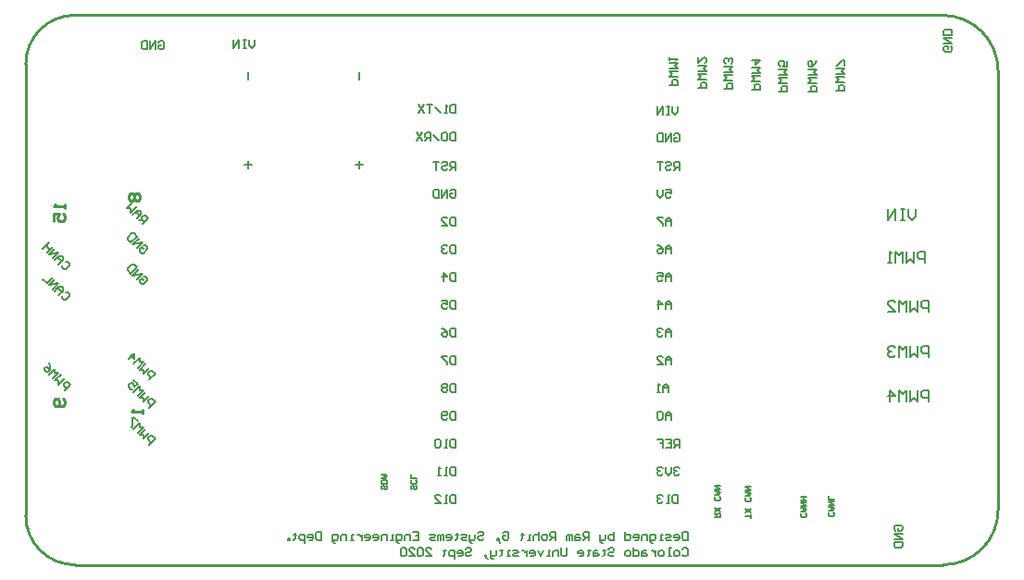
<source format=gbo>
G04*
G04 #@! TF.GenerationSoftware,Altium Limited,Altium Designer,20.0.13 (296)*
G04*
G04 Layer_Color=32896*
%FSLAX25Y25*%
%MOIN*%
G70*
G01*
G75*
%ADD11C,0.01000*%
%ADD14C,0.00787*%
%ADD15C,0.00500*%
D11*
X37668Y133853D02*
X37001Y133187D01*
Y131854D01*
X37668Y131187D01*
X38334D01*
X39001Y131854D01*
X39667Y131187D01*
X40334D01*
X41000Y131854D01*
Y133187D01*
X40334Y133853D01*
X39667D01*
X39001Y133187D01*
X38334Y133853D01*
X37668D01*
X39001Y133187D02*
Y131854D01*
X42000Y55853D02*
Y54520D01*
Y55187D01*
X38001D01*
X38668Y55853D01*
X14000Y129853D02*
Y128520D01*
Y129187D01*
X10001D01*
X10668Y129853D01*
X10001Y123855D02*
Y126521D01*
X12001D01*
X11334Y125188D01*
Y124521D01*
X12001Y123855D01*
X13333D01*
X14000Y124521D01*
Y125854D01*
X13333Y126521D01*
Y59853D02*
X14000Y59187D01*
Y57854D01*
X13333Y57187D01*
X10668D01*
X10001Y57854D01*
Y59187D01*
X10668Y59853D01*
X11334D01*
X12001Y59187D01*
Y57187D01*
X330325Y0D02*
G03*
X350065Y19739I0J19739D01*
G01*
X350064Y177977D02*
G03*
X330009Y198033I-20056J0D01*
G01*
X17619Y198033D02*
G03*
X0Y180413I0J-17619D01*
G01*
Y17716D02*
G03*
X17717Y0I17716J-0D01*
G01*
X350065Y177977D02*
X350065Y19739D01*
X17620Y198033D02*
X330009Y198033D01*
X0Y17717D02*
Y180413D01*
X17717Y0D02*
X330325D01*
D14*
X14334Y98295D02*
X15041Y98295D01*
X15748Y97588D01*
Y96881D01*
X14334Y95467D01*
X13627D01*
X12921Y96174D01*
X12921Y96881D01*
X11860Y97234D02*
X13274Y98648D01*
Y100062D01*
X11860Y100062D01*
X10446Y98648D01*
X11507Y99708D01*
X12921Y98295D01*
X9740Y99355D02*
X11860Y101476D01*
X8326Y100769D01*
X10446Y102889D01*
X9740Y103596D02*
X7619Y101476D01*
X6205Y102889D01*
X14334Y109350D02*
X15041Y109350D01*
X15748Y108643D01*
Y107937D01*
X14334Y106523D01*
X13627D01*
X12921Y107230D01*
X12921Y107937D01*
X11860Y108290D02*
X13274Y109704D01*
Y111118D01*
X11860Y111118D01*
X10446Y109704D01*
X11507Y110764D01*
X12921Y109350D01*
X9740Y110411D02*
X11860Y112531D01*
X8326Y111825D01*
X10446Y113945D01*
X9740Y114652D02*
X7619Y112531D01*
X8679Y113592D01*
X7265Y115005D01*
X8326Y116066D01*
X6205Y113945D01*
X13981Y62824D02*
X16101Y64945D01*
X15041Y66005D01*
X14334Y66005D01*
X13627Y65298D01*
X13627Y64591D01*
X14688Y63531D01*
X13981Y67066D02*
X11860Y64945D01*
Y66359D01*
X10446Y66359D01*
X12567Y68479D01*
X9740Y67066D02*
X11860Y69186D01*
X10446D01*
X10446Y70600D01*
X8326Y68479D01*
Y72721D02*
X8679Y71660D01*
X8679Y70247D01*
X7972Y69540D01*
X7265D01*
X6559Y70247D01*
Y70953D01*
X6912Y71307D01*
X7619D01*
X8679Y70247D01*
X44465Y66756D02*
X46586Y68877D01*
X45526Y69937D01*
X44819Y69937D01*
X44112Y69231D01*
X44112Y68524D01*
X45172Y67463D01*
X44465Y70998D02*
X42345Y68877D01*
Y70291D01*
X40931Y70291D01*
X43052Y72412D01*
X40224Y70998D02*
X42345Y73118D01*
X40931D01*
X40931Y74532D01*
X38810Y72412D01*
X37043Y74179D02*
X39164Y76299D01*
X39164Y74179D01*
X37750Y75592D01*
X44465Y43298D02*
X46586Y45419D01*
X45526Y46479D01*
X44819Y46479D01*
X44112Y45772D01*
X44112Y45065D01*
X45172Y44005D01*
X44465Y47539D02*
X42345Y45419D01*
Y46832D01*
X40931Y46832D01*
X43052Y48953D01*
X40224Y47539D02*
X42345Y49660D01*
X40931D01*
X40931Y51074D01*
X38810Y48953D01*
X40224Y51780D02*
X38810Y53194D01*
X38457Y52841D01*
Y50013D01*
X38104Y49660D01*
X44465Y56617D02*
X46586Y58737D01*
X45526Y59798D01*
X44819Y59798D01*
X44112Y59091D01*
X44112Y58384D01*
X45172Y57323D01*
X44465Y60858D02*
X42345Y58737D01*
Y60151D01*
X40931Y60151D01*
X43052Y62272D01*
X40224Y60858D02*
X42345Y62979D01*
X40931D01*
X40931Y64392D01*
X38810Y62272D01*
Y66513D02*
X40224Y65099D01*
X39164Y64039D01*
X38810Y65099D01*
X38457Y65453D01*
X37750D01*
X37043Y64746D01*
Y64039D01*
X37750Y63332D01*
X38457D01*
X42433Y115130D02*
X43140Y115130D01*
X43846Y114424D01*
Y113717D01*
X42433Y112303D01*
X41726D01*
X41019Y113010D01*
X41019Y113717D01*
X41726Y114424D01*
X42433Y113717D01*
X39959Y114070D02*
X42079Y116191D01*
X38545Y115484D01*
X40666Y117604D01*
X39959Y118311D02*
X37838Y116191D01*
X36778Y117251D01*
X36778Y117958D01*
X38191Y119372D01*
X38898D01*
X39959Y118311D01*
X42433Y103946D02*
X43140Y103946D01*
X43846Y103239D01*
Y102532D01*
X42433Y101118D01*
X41726D01*
X41019Y101825D01*
X41019Y102532D01*
X41726Y103239D01*
X42433Y102532D01*
X39959Y102885D02*
X42079Y105006D01*
X38545Y104299D01*
X40666Y106420D01*
X39959Y107127D02*
X37838Y105006D01*
X36778Y106067D01*
X36778Y106773D01*
X38191Y108187D01*
X38898D01*
X39959Y107127D01*
X42079Y122732D02*
X44200Y124853D01*
X43140Y125913D01*
X42433Y125913D01*
X41726Y125206D01*
X41726Y124500D01*
X42786Y123439D01*
X42079Y124146D02*
X40666Y124146D01*
X39959Y124853D02*
X41372Y126267D01*
Y127681D01*
X39959Y127681D01*
X38545Y126267D01*
X39605Y127327D01*
X41019Y125913D01*
X39959Y129094D02*
X37838Y126974D01*
Y128387D01*
X36424Y128387D01*
X38545Y130508D01*
X232285Y112345D02*
Y114344D01*
X231286Y115344D01*
X230286Y114344D01*
Y112345D01*
Y113845D01*
X232285D01*
X227287Y115344D02*
X228286Y114844D01*
X229286Y113845D01*
Y112845D01*
X228786Y112345D01*
X227787D01*
X227287Y112845D01*
Y113345D01*
X227787Y113845D01*
X229286D01*
X232285Y102342D02*
Y104341D01*
X231286Y105341D01*
X230286Y104341D01*
Y102342D01*
Y103841D01*
X232285D01*
X227287Y105341D02*
X229286D01*
Y103841D01*
X228286Y104341D01*
X227787D01*
X227287Y103841D01*
Y102841D01*
X227787Y102342D01*
X228786D01*
X229286Y102841D01*
X232285Y72332D02*
Y74331D01*
X231286Y75331D01*
X230286Y74331D01*
Y72332D01*
Y73831D01*
X232285D01*
X227287Y72332D02*
X229286D01*
X227287Y74331D01*
Y74831D01*
X227787Y75331D01*
X228786D01*
X229286Y74831D01*
X231286Y62329D02*
Y64328D01*
X230286Y65328D01*
X229286Y64328D01*
Y62329D01*
Y63828D01*
X231286D01*
X228286Y62329D02*
X227287D01*
X227787D01*
Y65328D01*
X228286Y64828D01*
X233285Y154857D02*
X233785Y155357D01*
X234784D01*
X235284Y154857D01*
Y152858D01*
X234784Y152358D01*
X233785D01*
X233285Y152858D01*
Y153858D01*
X234284D01*
X232285Y152358D02*
Y155357D01*
X230286Y152358D01*
Y155357D01*
X229286D02*
Y152358D01*
X227787D01*
X227287Y152858D01*
Y154857D01*
X227787Y155357D01*
X229286D01*
X235284Y142355D02*
Y145354D01*
X233785D01*
X233285Y144854D01*
Y143854D01*
X233785Y143354D01*
X235284D01*
X234284D02*
X233285Y142355D01*
X230286Y144854D02*
X230786Y145354D01*
X231785D01*
X232285Y144854D01*
Y144354D01*
X231785Y143854D01*
X230786D01*
X230286Y143354D01*
Y142854D01*
X230786Y142355D01*
X231785D01*
X232285Y142854D01*
X229286Y145354D02*
X227287D01*
X228286D01*
Y142355D01*
X235284Y34818D02*
X234784Y35318D01*
X233785D01*
X233285Y34818D01*
Y34318D01*
X233785Y33818D01*
X234284D01*
X233785D01*
X233285Y33319D01*
Y32819D01*
X233785Y32319D01*
X234784D01*
X235284Y32819D01*
X232285Y35318D02*
Y33319D01*
X231285Y32319D01*
X230286Y33319D01*
Y35318D01*
X229286Y34818D02*
X228786Y35318D01*
X227787D01*
X227287Y34818D01*
Y34318D01*
X227787Y33818D01*
X228286D01*
X227787D01*
X227287Y33319D01*
Y32819D01*
X227787Y32319D01*
X228786D01*
X229286Y32819D01*
X234784Y25315D02*
Y22316D01*
X233285D01*
X232785Y22816D01*
Y24815D01*
X233285Y25315D01*
X234784D01*
X231785Y22316D02*
X230786D01*
X231285D01*
Y25315D01*
X231785Y24815D01*
X229286D02*
X228786Y25315D01*
X227787D01*
X227287Y24815D01*
Y24315D01*
X227787Y23815D01*
X228286D01*
X227787D01*
X227287Y23315D01*
Y22816D01*
X227787Y22316D01*
X228786D01*
X229286Y22816D01*
X230286Y135351D02*
X232285D01*
Y133851D01*
X231286Y134351D01*
X230786D01*
X230286Y133851D01*
Y132851D01*
X230786Y132352D01*
X231785D01*
X232285Y132851D01*
X229286Y135351D02*
Y133351D01*
X228286Y132352D01*
X227287Y133351D01*
Y135351D01*
X232285Y122348D02*
Y124348D01*
X231286Y125347D01*
X230286Y124348D01*
Y122348D01*
Y123848D01*
X232285D01*
X229286Y125347D02*
X227287D01*
Y124847D01*
X229286Y122848D01*
Y122348D01*
X232285Y92338D02*
Y94338D01*
X231286Y95337D01*
X230286Y94338D01*
Y92338D01*
Y93838D01*
X232285D01*
X227787Y92338D02*
Y95337D01*
X229286Y93838D01*
X227287D01*
X232285Y82335D02*
Y84334D01*
X231286Y85334D01*
X230286Y84334D01*
Y82335D01*
Y83835D01*
X232285D01*
X229286Y84834D02*
X228786Y85334D01*
X227787D01*
X227287Y84834D01*
Y84334D01*
X227787Y83835D01*
X228286D01*
X227787D01*
X227287Y83335D01*
Y82835D01*
X227787Y82335D01*
X228786D01*
X229286Y82835D01*
X232285Y52325D02*
Y54325D01*
X231286Y55324D01*
X230286Y54325D01*
Y52325D01*
Y53825D01*
X232285D01*
X229286Y54825D02*
X228786Y55324D01*
X227787D01*
X227287Y54825D01*
Y52825D01*
X227787Y52325D01*
X228786D01*
X229286Y52825D01*
Y54825D01*
X234785Y165286D02*
Y163287D01*
X233785Y162287D01*
X232786Y163287D01*
Y165286D01*
X231786D02*
X230786D01*
X231286D01*
Y162287D01*
X231786D01*
X230786D01*
X229287D02*
Y165286D01*
X227287Y162287D01*
Y165286D01*
X235284Y42322D02*
Y45321D01*
X233785D01*
X233285Y44821D01*
Y43822D01*
X233785Y43322D01*
X235284D01*
X234284D02*
X233285Y42322D01*
X230286Y45321D02*
X232285D01*
Y42322D01*
X230286D01*
X232285Y43822D02*
X231285D01*
X227287Y45321D02*
X229286D01*
Y43822D01*
X228286D01*
X229286D01*
Y42322D01*
X154784Y142355D02*
Y145354D01*
X153285D01*
X152785Y144854D01*
Y143854D01*
X153285Y143354D01*
X154784D01*
X153785D02*
X152785Y142355D01*
X149786Y144854D02*
X150286Y145354D01*
X151285D01*
X151785Y144854D01*
Y144354D01*
X151285Y143854D01*
X150286D01*
X149786Y143354D01*
Y142854D01*
X150286Y142355D01*
X151285D01*
X151785Y142854D01*
X148786Y145354D02*
X146787D01*
X147786D01*
Y142355D01*
X154784Y105341D02*
Y102342D01*
X153285D01*
X152785Y102841D01*
Y104841D01*
X153285Y105341D01*
X154784D01*
X150286Y102342D02*
Y105341D01*
X151785Y103841D01*
X149786D01*
X154784Y65328D02*
Y62329D01*
X153285D01*
X152785Y62828D01*
Y64828D01*
X153285Y65328D01*
X154784D01*
X151785Y64828D02*
X151285Y65328D01*
X150286D01*
X149786Y64828D01*
Y64328D01*
X150286Y63828D01*
X149786Y63328D01*
Y62828D01*
X150286Y62329D01*
X151285D01*
X151785Y62828D01*
Y63328D01*
X151285Y63828D01*
X151785Y64328D01*
Y64828D01*
X151285Y63828D02*
X150286D01*
X154784Y25315D02*
Y22316D01*
X153285D01*
X152785Y22816D01*
Y24815D01*
X153285Y25315D01*
X154784D01*
X151785Y22316D02*
X150785D01*
X151285D01*
Y25315D01*
X151785Y24815D01*
X147287Y22316D02*
X149286D01*
X147287Y24315D01*
Y24815D01*
X147786Y25315D01*
X148786D01*
X149286Y24815D01*
X154784Y165786D02*
Y162787D01*
X153285D01*
X152785Y163287D01*
Y165287D01*
X153285Y165786D01*
X154784D01*
X151785Y162787D02*
X150786D01*
X151285D01*
Y165786D01*
X151785Y165287D01*
X149286Y162787D02*
X147287Y164787D01*
X146287Y165786D02*
X144288D01*
X145287D01*
Y162787D01*
X143288Y165786D02*
X141289Y162787D01*
Y165786D02*
X143288Y162787D01*
X152785Y134851D02*
X153285Y135351D01*
X154284D01*
X154784Y134851D01*
Y132851D01*
X154284Y132351D01*
X153285D01*
X152785Y132851D01*
Y133851D01*
X153785D01*
X151785Y132351D02*
Y135351D01*
X149786Y132351D01*
Y135351D01*
X148786D02*
Y132351D01*
X147287D01*
X146787Y132851D01*
Y134851D01*
X147287Y135351D01*
X148786D01*
X154784Y125347D02*
Y122348D01*
X153285D01*
X152785Y122848D01*
Y124847D01*
X153285Y125347D01*
X154784D01*
X149786Y122348D02*
X151785D01*
X149786Y124347D01*
Y124847D01*
X150286Y125347D01*
X151285D01*
X151785Y124847D01*
X154784Y115344D02*
Y112345D01*
X153285D01*
X152785Y112845D01*
Y114844D01*
X153285Y115344D01*
X154784D01*
X151785Y114844D02*
X151285Y115344D01*
X150286D01*
X149786Y114844D01*
Y114344D01*
X150286Y113844D01*
X150786D01*
X150286D01*
X149786Y113345D01*
Y112845D01*
X150286Y112345D01*
X151285D01*
X151785Y112845D01*
X154784Y95337D02*
Y92338D01*
X153285D01*
X152785Y92838D01*
Y94838D01*
X153285Y95337D01*
X154784D01*
X149786D02*
X151785D01*
Y93838D01*
X150786Y94338D01*
X150286D01*
X149786Y93838D01*
Y92838D01*
X150286Y92338D01*
X151285D01*
X151785Y92838D01*
X154784Y75331D02*
Y72332D01*
X153285D01*
X152785Y72832D01*
Y74831D01*
X153285Y75331D01*
X154784D01*
X151785D02*
X149786D01*
Y74831D01*
X151785Y72832D01*
Y72332D01*
X154784Y85334D02*
Y82335D01*
X153285D01*
X152785Y82835D01*
Y84834D01*
X153285Y85334D01*
X154784D01*
X149786D02*
X150786Y84834D01*
X151785Y83835D01*
Y82835D01*
X151285Y82335D01*
X150286D01*
X149786Y82835D01*
Y83335D01*
X150286Y83835D01*
X151785D01*
X154784Y45321D02*
Y42322D01*
X153285D01*
X152785Y42822D01*
Y44821D01*
X153285Y45321D01*
X154784D01*
X151785Y42322D02*
X150785D01*
X151285D01*
Y45321D01*
X151785Y44821D01*
X149286D02*
X148786Y45321D01*
X147786D01*
X147287Y44821D01*
Y42822D01*
X147786Y42322D01*
X148786D01*
X149286Y42822D01*
Y44821D01*
X154784Y35318D02*
Y32319D01*
X153285D01*
X152785Y32819D01*
Y34818D01*
X153285Y35318D01*
X154784D01*
X151785Y32319D02*
X150786D01*
X151285D01*
Y35318D01*
X151785Y34818D01*
X149286Y32319D02*
X148286D01*
X148786D01*
Y35318D01*
X149286Y34818D01*
X154784Y155787D02*
Y152787D01*
X153285D01*
X152785Y153287D01*
Y155287D01*
X153285Y155787D01*
X154784D01*
X151785Y155287D02*
X151285Y155787D01*
X150286D01*
X149786Y155287D01*
Y153287D01*
X150286Y152787D01*
X151285D01*
X151785Y153287D01*
Y155287D01*
X148786Y152787D02*
X146787Y154787D01*
X145787Y152787D02*
Y155787D01*
X144288D01*
X143788Y155287D01*
Y154287D01*
X144288Y153787D01*
X145787D01*
X144788D02*
X143788Y152787D01*
X142788Y155787D02*
X140789Y152787D01*
Y155787D02*
X142788Y152787D01*
X154784Y55324D02*
Y52325D01*
X153285D01*
X152785Y52825D01*
Y54825D01*
X153285Y55324D01*
X154784D01*
X151785Y52825D02*
X151285Y52325D01*
X150286D01*
X149786Y52825D01*
Y54825D01*
X150286Y55324D01*
X151285D01*
X151785Y54825D01*
Y54325D01*
X151285Y53825D01*
X149786D01*
X47773Y188340D02*
X48273Y188840D01*
X49272D01*
X49772Y188340D01*
Y186341D01*
X49272Y185841D01*
X48273D01*
X47773Y186341D01*
Y187340D01*
X48772D01*
X46773Y185841D02*
Y188840D01*
X44774Y185841D01*
Y188840D01*
X43774D02*
Y185841D01*
X42275D01*
X41775Y186341D01*
Y188340D01*
X42275Y188840D01*
X43774D01*
X82343Y189150D02*
Y187151D01*
X81343Y186151D01*
X80343Y187151D01*
Y189150D01*
X79344D02*
X78344D01*
X78844D01*
Y186151D01*
X79344D01*
X78344D01*
X76844D02*
Y189150D01*
X74845Y186151D01*
Y189150D01*
D15*
X238358Y11880D02*
Y8881D01*
X236859D01*
X236359Y9381D01*
Y11380D01*
X236859Y11880D01*
X238358D01*
X233859Y8881D02*
X234859D01*
X235359Y9381D01*
Y10380D01*
X234859Y10880D01*
X233859D01*
X233360Y10380D01*
Y9880D01*
X235359D01*
X232360Y8881D02*
X230860D01*
X230361Y9381D01*
X230860Y9880D01*
X231860D01*
X232360Y10380D01*
X231860Y10880D01*
X230361D01*
X229361Y8881D02*
X228361D01*
X228861D01*
Y10880D01*
X229361D01*
X225862Y7881D02*
X225362D01*
X224862Y8381D01*
Y10880D01*
X226362D01*
X226862Y10380D01*
Y9381D01*
X226362Y8881D01*
X224862D01*
X223863D02*
Y10880D01*
X222363D01*
X221863Y10380D01*
Y8881D01*
X219364D02*
X220364D01*
X220864Y9381D01*
Y10380D01*
X220364Y10880D01*
X219364D01*
X218864Y10380D01*
Y9880D01*
X220864D01*
X215865Y11880D02*
Y8881D01*
X217365D01*
X217865Y9381D01*
Y10380D01*
X217365Y10880D01*
X215865D01*
X211867Y11880D02*
Y8881D01*
X210367D01*
X209867Y9381D01*
Y9880D01*
Y10380D01*
X210367Y10880D01*
X211867D01*
X208868D02*
Y9381D01*
X208368Y8881D01*
X206868D01*
Y8381D01*
X207368Y7881D01*
X207868D01*
X206868Y8881D02*
Y10880D01*
X202870Y8881D02*
Y11880D01*
X201370D01*
X200870Y11380D01*
Y10380D01*
X201370Y9880D01*
X202870D01*
X201870D02*
X200870Y8881D01*
X199371Y10880D02*
X198371D01*
X197871Y10380D01*
Y8881D01*
X199371D01*
X199871Y9381D01*
X199371Y9880D01*
X197871D01*
X196871Y8881D02*
Y10880D01*
X196372D01*
X195872Y10380D01*
Y8881D01*
Y10380D01*
X195372Y10880D01*
X194872Y10380D01*
Y8881D01*
X190873D02*
Y11880D01*
X189374D01*
X188874Y11380D01*
Y10380D01*
X189374Y9880D01*
X190873D01*
X189874D02*
X188874Y8881D01*
X187375D02*
X186375D01*
X185875Y9381D01*
Y10380D01*
X186375Y10880D01*
X187375D01*
X187874Y10380D01*
Y9381D01*
X187375Y8881D01*
X184875Y11880D02*
Y8881D01*
Y10380D01*
X184376Y10880D01*
X183376D01*
X182876Y10380D01*
Y8881D01*
X181876D02*
X180877D01*
X181377D01*
Y10880D01*
X181876D01*
X178877Y11380D02*
Y10880D01*
X179377D01*
X178377D01*
X178877D01*
Y9381D01*
X178377Y8881D01*
X171880Y11380D02*
X172379Y11880D01*
X173379D01*
X173879Y11380D01*
Y9381D01*
X173379Y8881D01*
X172379D01*
X171880Y9381D01*
Y10380D01*
X172879D01*
X170380Y8381D02*
X169880Y8881D01*
Y9381D01*
X170380D01*
Y8881D01*
X169880D01*
X170380Y8381D01*
X170880Y7881D01*
X162882Y11380D02*
X163382Y11880D01*
X164382D01*
X164882Y11380D01*
Y10880D01*
X164382Y10380D01*
X163382D01*
X162882Y9880D01*
Y9381D01*
X163382Y8881D01*
X164382D01*
X164882Y9381D01*
X161883Y10880D02*
Y9381D01*
X161383Y8881D01*
X159883D01*
Y8381D01*
X160383Y7881D01*
X160883D01*
X159883Y8881D02*
Y10880D01*
X158884Y8881D02*
X157384D01*
X156884Y9381D01*
X157384Y9880D01*
X158384D01*
X158884Y10380D01*
X158384Y10880D01*
X156884D01*
X155385Y11380D02*
Y10880D01*
X155885D01*
X154885D01*
X155385D01*
Y9381D01*
X154885Y8881D01*
X151886D02*
X152886D01*
X153386Y9381D01*
Y10380D01*
X152886Y10880D01*
X151886D01*
X151386Y10380D01*
Y9880D01*
X153386D01*
X150387Y8881D02*
Y10880D01*
X149887D01*
X149387Y10380D01*
Y8881D01*
Y10380D01*
X148887Y10880D01*
X148387Y10380D01*
Y8881D01*
X147388D02*
X145888D01*
X145388Y9381D01*
X145888Y9880D01*
X146888D01*
X147388Y10380D01*
X146888Y10880D01*
X145388D01*
X139390Y11880D02*
X141390D01*
Y8881D01*
X139390D01*
X141390Y10380D02*
X140390D01*
X138390Y8881D02*
Y10880D01*
X136891D01*
X136391Y10380D01*
Y8881D01*
X134392Y7881D02*
X133892D01*
X133392Y8381D01*
Y10880D01*
X134892D01*
X135391Y10380D01*
Y9381D01*
X134892Y8881D01*
X133392D01*
X132392D02*
X131393D01*
X131893D01*
Y10880D01*
X132392D01*
X129893Y8881D02*
Y10880D01*
X128394D01*
X127894Y10380D01*
Y8881D01*
X125395D02*
X126394D01*
X126894Y9381D01*
Y10380D01*
X126394Y10880D01*
X125395D01*
X124895Y10380D01*
Y9880D01*
X126894D01*
X122396Y8881D02*
X123395D01*
X123895Y9381D01*
Y10380D01*
X123395Y10880D01*
X122396D01*
X121896Y10380D01*
Y9880D01*
X123895D01*
X120896Y10880D02*
Y8881D01*
Y9880D01*
X120396Y10380D01*
X119896Y10880D01*
X119397D01*
X117897Y8881D02*
X116897D01*
X117397D01*
Y10880D01*
X117897D01*
X115398Y8881D02*
Y10880D01*
X113898D01*
X113399Y10380D01*
Y8881D01*
X111399Y7881D02*
X110899D01*
X110399Y8381D01*
Y10880D01*
X111899D01*
X112399Y10380D01*
Y9381D01*
X111899Y8881D01*
X110399D01*
X106401Y11880D02*
Y8881D01*
X104901D01*
X104401Y9381D01*
Y11380D01*
X104901Y11880D01*
X106401D01*
X101902Y8881D02*
X102902D01*
X103402Y9381D01*
Y10380D01*
X102902Y10880D01*
X101902D01*
X101402Y10380D01*
Y9880D01*
X103402D01*
X100403Y7881D02*
Y10880D01*
X98903D01*
X98403Y10380D01*
Y9381D01*
X98903Y8881D01*
X100403D01*
X96904Y11380D02*
Y10880D01*
X97404D01*
X96404D01*
X96904D01*
Y9381D01*
X96404Y8881D01*
X94905D02*
Y9381D01*
X94405D01*
Y8881D01*
X94905D01*
X236359Y5581D02*
X236859Y6081D01*
X237858D01*
X238358Y5581D01*
Y3582D01*
X237858Y3082D01*
X236859D01*
X236359Y3582D01*
X234859Y3082D02*
X233859D01*
X233360Y3582D01*
Y4582D01*
X233859Y5082D01*
X234859D01*
X235359Y4582D01*
Y3582D01*
X234859Y3082D01*
X232360D02*
X231360D01*
X231860D01*
Y6081D01*
X232360D01*
X229361Y3082D02*
X228361D01*
X227861Y3582D01*
Y4582D01*
X228361Y5082D01*
X229361D01*
X229861Y4582D01*
Y3582D01*
X229361Y3082D01*
X226862Y5082D02*
Y3082D01*
Y4082D01*
X226362Y4582D01*
X225862Y5082D01*
X225362D01*
X223363D02*
X222363D01*
X221863Y4582D01*
Y3082D01*
X223363D01*
X223863Y3582D01*
X223363Y4082D01*
X221863D01*
X218864Y6081D02*
Y3082D01*
X220364D01*
X220864Y3582D01*
Y4582D01*
X220364Y5082D01*
X218864D01*
X217365Y3082D02*
X216365D01*
X215865Y3582D01*
Y4582D01*
X216365Y5082D01*
X217365D01*
X217865Y4582D01*
Y3582D01*
X217365Y3082D01*
X209867Y5581D02*
X210367Y6081D01*
X211367D01*
X211867Y5581D01*
Y5082D01*
X211367Y4582D01*
X210367D01*
X209867Y4082D01*
Y3582D01*
X210367Y3082D01*
X211367D01*
X211867Y3582D01*
X208368Y5581D02*
Y5082D01*
X208868D01*
X207868D01*
X208368D01*
Y3582D01*
X207868Y3082D01*
X205869Y5082D02*
X204869D01*
X204369Y4582D01*
Y3082D01*
X205869D01*
X206368Y3582D01*
X205869Y4082D01*
X204369D01*
X202870Y5581D02*
Y5082D01*
X203369D01*
X202370D01*
X202870D01*
Y3582D01*
X202370Y3082D01*
X199371D02*
X200370D01*
X200870Y3582D01*
Y4582D01*
X200370Y5082D01*
X199371D01*
X198871Y4582D01*
Y4082D01*
X200870D01*
X194872Y6081D02*
Y3582D01*
X194372Y3082D01*
X193373D01*
X192873Y3582D01*
Y6081D01*
X191873Y3082D02*
Y5082D01*
X190374D01*
X189874Y4582D01*
Y3082D01*
X188874D02*
X187874D01*
X188374D01*
Y5082D01*
X188874D01*
X186375D02*
X185375Y3082D01*
X184376Y5082D01*
X181876Y3082D02*
X182876D01*
X183376Y3582D01*
Y4582D01*
X182876Y5082D01*
X181876D01*
X181377Y4582D01*
Y4082D01*
X183376D01*
X180377Y5082D02*
Y3082D01*
Y4082D01*
X179877Y4582D01*
X179377Y5082D01*
X178877D01*
X177378Y3082D02*
X175878D01*
X175379Y3582D01*
X175878Y4082D01*
X176878D01*
X177378Y4582D01*
X176878Y5082D01*
X175379D01*
X174379Y3082D02*
X173379D01*
X173879D01*
Y5082D01*
X174379D01*
X171380Y5581D02*
Y5082D01*
X171880D01*
X170880D01*
X171380D01*
Y3582D01*
X170880Y3082D01*
X169380Y5082D02*
Y3582D01*
X168881Y3082D01*
X167381D01*
Y2582D01*
X167881Y2083D01*
X168381D01*
X167381Y3082D02*
Y5082D01*
X165882Y2582D02*
X165382Y3082D01*
Y3582D01*
X165882D01*
Y3082D01*
X165382D01*
X165882Y2582D01*
X166381Y2083D01*
X158384Y5581D02*
X158884Y6081D01*
X159883D01*
X160383Y5581D01*
Y5082D01*
X159883Y4582D01*
X158884D01*
X158384Y4082D01*
Y3582D01*
X158884Y3082D01*
X159883D01*
X160383Y3582D01*
X155885Y3082D02*
X156884D01*
X157384Y3582D01*
Y4582D01*
X156884Y5082D01*
X155885D01*
X155385Y4582D01*
Y4082D01*
X157384D01*
X154385Y2083D02*
Y5082D01*
X152886D01*
X152386Y4582D01*
Y3582D01*
X152886Y3082D01*
X154385D01*
X150886Y5581D02*
Y5082D01*
X151386D01*
X150387D01*
X150886D01*
Y3582D01*
X150387Y3082D01*
X143889D02*
X145888D01*
X143889Y5082D01*
Y5581D01*
X144388Y6081D01*
X145388D01*
X145888Y5581D01*
X142889D02*
X142389Y6081D01*
X141390D01*
X140890Y5581D01*
Y3582D01*
X141390Y3082D01*
X142389D01*
X142889Y3582D01*
Y5581D01*
X137891Y3082D02*
X139890D01*
X137891Y5082D01*
Y5581D01*
X138390Y6081D01*
X139390D01*
X139890Y5581D01*
X136891D02*
X136391Y6081D01*
X135391D01*
X134892Y5581D01*
Y3582D01*
X135391Y3082D01*
X136391D01*
X136891Y3582D01*
Y5581D01*
X140237Y28417D02*
X140571Y28084D01*
Y27418D01*
X140237Y27084D01*
X139904D01*
X139571Y27418D01*
Y28084D01*
X139238Y28417D01*
X138905D01*
X138571Y28084D01*
Y27418D01*
X138905Y27084D01*
X140237Y30417D02*
X140571Y30083D01*
Y29417D01*
X140237Y29084D01*
X138905D01*
X138571Y29417D01*
Y30083D01*
X138905Y30417D01*
X140571Y31083D02*
X138571D01*
Y32416D01*
X129570Y28558D02*
X129903Y28224D01*
Y27558D01*
X129570Y27225D01*
X129237D01*
X128904Y27558D01*
Y28224D01*
X128570Y28558D01*
X128237D01*
X127904Y28224D01*
Y27558D01*
X128237Y27225D01*
X129903Y29224D02*
X127904D01*
Y30224D01*
X128237Y30557D01*
X129570D01*
X129903Y30224D01*
Y29224D01*
X127904Y31223D02*
X129237D01*
X129903Y31890D01*
X129237Y32556D01*
X127904D01*
X128904D01*
Y31223D01*
X333032Y186922D02*
X333532Y186422D01*
Y185422D01*
X333032Y184922D01*
X331032D01*
X330533Y185422D01*
Y186422D01*
X331032Y186922D01*
X332032D01*
Y185922D01*
X330533Y187921D02*
X333532D01*
X330533Y189921D01*
X333532D01*
Y190920D02*
X330533D01*
Y192420D01*
X331032Y192920D01*
X333032D01*
X333532Y192420D01*
Y190920D01*
X313062Y12285D02*
X312562Y12785D01*
Y13785D01*
X313062Y14285D01*
X315061D01*
X315561Y13785D01*
Y12785D01*
X315061Y12285D01*
X314062D01*
Y13285D01*
X315561Y11286D02*
X312562D01*
X315561Y9286D01*
X312562D01*
Y8287D02*
X315561D01*
Y6787D01*
X315061Y6287D01*
X313062D01*
X312562Y6787D01*
Y8287D01*
X320541Y128074D02*
Y125408D01*
X319208Y124075D01*
X317875Y125408D01*
Y128074D01*
X316542D02*
X315210D01*
X315876D01*
Y124075D01*
X316542D01*
X315210D01*
X313210D02*
Y128074D01*
X310544Y124075D01*
Y128074D01*
X323873Y108944D02*
Y112942D01*
X321874D01*
X321207Y112276D01*
Y110943D01*
X321874Y110276D01*
X323873D01*
X319875Y112942D02*
Y108944D01*
X318542Y110276D01*
X317209Y108944D01*
Y112942D01*
X315876Y108944D02*
Y112942D01*
X314543Y111609D01*
X313210Y112942D01*
Y108944D01*
X311877D02*
X310544D01*
X311211D01*
Y112942D01*
X311877Y112276D01*
X325206Y91290D02*
Y95289D01*
X323207D01*
X322540Y94622D01*
Y93290D01*
X323207Y92623D01*
X325206D01*
X321207Y95289D02*
Y91290D01*
X319875Y92623D01*
X318542Y91290D01*
Y95289D01*
X317209Y91290D02*
Y95289D01*
X315876Y93956D01*
X314543Y95289D01*
Y91290D01*
X310544D02*
X313210D01*
X310544Y93956D01*
Y94622D01*
X311211Y95289D01*
X312544D01*
X313210Y94622D01*
X325206Y74898D02*
Y78897D01*
X323207D01*
X322540Y78230D01*
Y76897D01*
X323207Y76231D01*
X325206D01*
X321207Y78897D02*
Y74898D01*
X319875Y76231D01*
X318542Y74898D01*
Y78897D01*
X317209Y74898D02*
Y78897D01*
X315876Y77564D01*
X314543Y78897D01*
Y74898D01*
X313210Y78230D02*
X312544Y78897D01*
X311211D01*
X310544Y78230D01*
Y77564D01*
X311211Y76897D01*
X311877D01*
X311211D01*
X310544Y76231D01*
Y75564D01*
X311211Y74898D01*
X312544D01*
X313210Y75564D01*
X325206Y58735D02*
Y62734D01*
X323207D01*
X322540Y62067D01*
Y60734D01*
X323207Y60068D01*
X325206D01*
X321207Y62734D02*
Y58735D01*
X319875Y60068D01*
X318542Y58735D01*
Y62734D01*
X317209Y58735D02*
Y62734D01*
X315876Y61401D01*
X314543Y62734D01*
Y58735D01*
X311211D02*
Y62734D01*
X313210Y60734D01*
X310544D01*
X120001Y174982D02*
Y177648D01*
Y142982D02*
Y145648D01*
X118668Y144315D02*
X121334D01*
X80001Y174982D02*
Y177648D01*
Y142982D02*
Y145648D01*
X78668Y144315D02*
X81334D01*
X251430Y171599D02*
X254429D01*
Y173099D01*
X253929Y173599D01*
X252929D01*
X252429Y173099D01*
Y171599D01*
X254429Y174599D02*
X251430D01*
X252429Y175598D01*
X251430Y176598D01*
X254429D01*
X251430Y177597D02*
X254429D01*
X253429Y178597D01*
X254429Y179597D01*
X251430D01*
X253929Y180596D02*
X254429Y181096D01*
Y182096D01*
X253929Y182596D01*
X253429D01*
X252929Y182096D01*
Y181596D01*
Y182096D01*
X252429Y182596D01*
X251929D01*
X251430Y182096D01*
Y181096D01*
X251929Y180596D01*
X271214Y170638D02*
X274213D01*
Y172138D01*
X273714Y172638D01*
X272714D01*
X272214Y172138D01*
Y170638D01*
X274213Y173637D02*
X271214D01*
X272214Y174637D01*
X271214Y175637D01*
X274213D01*
X271214Y176637D02*
X274213D01*
X273214Y177636D01*
X274213Y178636D01*
X271214D01*
X274213Y181635D02*
Y179636D01*
X272714D01*
X273214Y180635D01*
Y181135D01*
X272714Y181635D01*
X271714D01*
X271214Y181135D01*
Y180135D01*
X271714Y179636D01*
X231659Y172720D02*
X234658D01*
Y174220D01*
X234158Y174719D01*
X233159D01*
X232659Y174220D01*
Y172720D01*
X234658Y175719D02*
X231659D01*
X232659Y176719D01*
X231659Y177718D01*
X234658D01*
X231659Y178718D02*
X234658D01*
X233659Y179718D01*
X234658Y180718D01*
X231659D01*
Y181717D02*
Y182717D01*
Y182217D01*
X234658D01*
X234158Y181717D01*
X291556Y170987D02*
X294555D01*
Y172487D01*
X294056Y172986D01*
X293056D01*
X292556Y172487D01*
Y170987D01*
X294555Y173986D02*
X291556D01*
X292556Y174986D01*
X291556Y175985D01*
X294555D01*
X291556Y176985D02*
X294555D01*
X293556Y177985D01*
X294555Y178984D01*
X291556D01*
X294555Y179984D02*
Y181983D01*
X294056D01*
X292056Y179984D01*
X291556D01*
X281698Y170547D02*
X284697D01*
Y172047D01*
X284197Y172547D01*
X283198D01*
X282698Y172047D01*
Y170547D01*
X284697Y173546D02*
X281698D01*
X282698Y174546D01*
X281698Y175546D01*
X284697D01*
X281698Y176545D02*
X284697D01*
X283698Y177545D01*
X284697Y178545D01*
X281698D01*
X284697Y181544D02*
X284197Y180544D01*
X283198Y179544D01*
X282198D01*
X281698Y180044D01*
Y181044D01*
X282198Y181544D01*
X282698D01*
X283198Y181044D01*
Y179544D01*
X261385Y171322D02*
X264384D01*
Y172821D01*
X263884Y173321D01*
X262885D01*
X262385Y172821D01*
Y171322D01*
X264384Y174321D02*
X261385D01*
X262385Y175320D01*
X261385Y176320D01*
X264384D01*
X261385Y177320D02*
X264384D01*
X263385Y178320D01*
X264384Y179319D01*
X261385D01*
Y181818D02*
X264384D01*
X262885Y180319D01*
Y182318D01*
X241932Y171752D02*
X244931D01*
Y173251D01*
X244431Y173751D01*
X243432D01*
X242932Y173251D01*
Y171752D01*
X244931Y174751D02*
X241932D01*
X242932Y175751D01*
X241932Y176750D01*
X244931D01*
X241932Y177750D02*
X244931D01*
X243932Y178750D01*
X244931Y179749D01*
X241932D01*
Y182748D02*
Y180749D01*
X243932Y182748D01*
X244431D01*
X244931Y182249D01*
Y181249D01*
X244431Y180749D01*
X280856Y18493D02*
X281190Y18160D01*
Y17493D01*
X280856Y17160D01*
X279523D01*
X279190Y17493D01*
Y18160D01*
X279523Y18493D01*
X279190Y19160D02*
X280523D01*
X281190Y19826D01*
X280523Y20493D01*
X279190D01*
X280190D01*
Y19160D01*
X279190Y21159D02*
X281190D01*
X279190Y22492D01*
X281190D01*
Y23158D02*
X279190D01*
X280190D01*
Y24491D01*
X281190D01*
X279190D01*
X290701Y18707D02*
X291034Y18374D01*
Y17707D01*
X290701Y17374D01*
X289368D01*
X289035Y17707D01*
Y18374D01*
X289368Y18707D01*
X289035Y19374D02*
X290368D01*
X291034Y20040D01*
X290368Y20707D01*
X289035D01*
X290034D01*
Y19374D01*
X289035Y21373D02*
X291034D01*
X289035Y22706D01*
X291034D01*
Y23372D02*
X289035D01*
Y24705D01*
X261082Y16740D02*
Y18073D01*
Y17407D01*
X259083D01*
X261082Y18740D02*
X259083Y20073D01*
X261082D02*
X259083Y18740D01*
X260749Y24071D02*
X261082Y23738D01*
Y23072D01*
X260749Y22738D01*
X259416D01*
X259083Y23072D01*
Y23738D01*
X259416Y24071D01*
X259083Y24738D02*
X260416D01*
X261082Y25404D01*
X260416Y26071D01*
X259083D01*
X260083D01*
Y24738D01*
X259083Y26737D02*
X261082D01*
X259083Y28070D01*
X261082D01*
X248001Y17178D02*
X250001D01*
Y18177D01*
X249667Y18511D01*
X249001D01*
X248668Y18177D01*
Y17178D01*
Y17844D02*
X248001Y18511D01*
X250001Y19177D02*
X248001Y20510D01*
X250001D02*
X248001Y19177D01*
X249667Y24509D02*
X250001Y24175D01*
Y23509D01*
X249667Y23176D01*
X248335D01*
X248001Y23509D01*
Y24175D01*
X248335Y24509D01*
X248001Y25175D02*
X249334D01*
X250001Y25842D01*
X249334Y26508D01*
X248001D01*
X249001D01*
Y25175D01*
X248001Y27174D02*
X250001D01*
X248001Y28507D01*
X250001D01*
M02*

</source>
